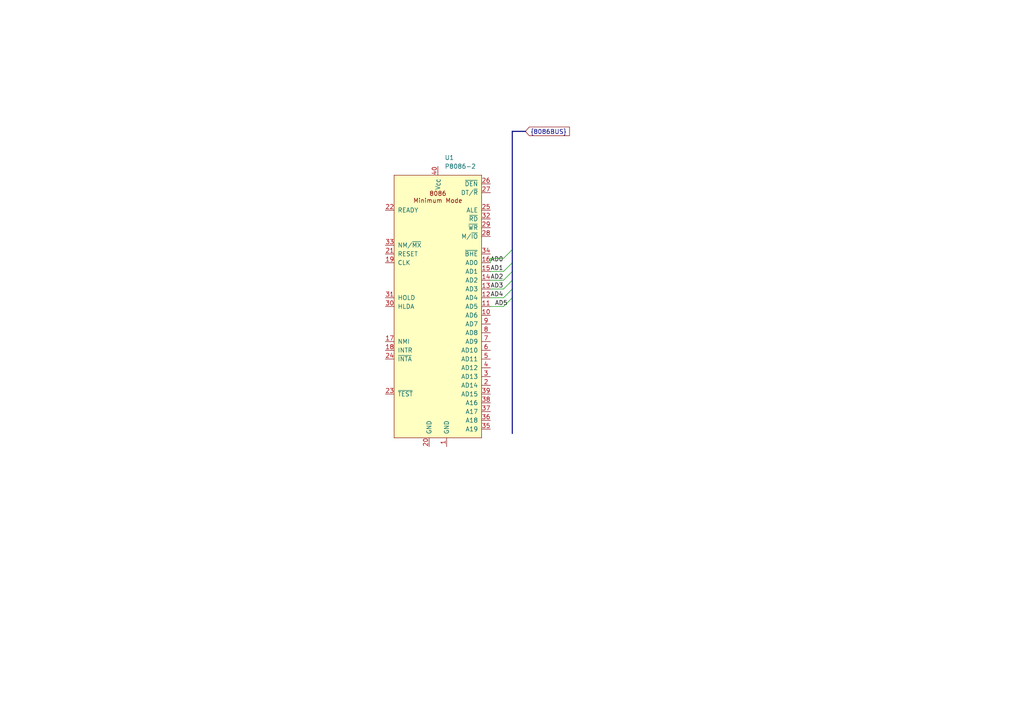
<source format=kicad_sch>
(kicad_sch (version 20230121) (generator eeschema)
  (paper "A4")
  (lib_symbols
    (symbol "8086PC:8086" (pin_names (offset 1.016))
      (property "Reference" "U" (at 0 0 0))
      (property "Value" "P8086-2" (at 0 27.94 0))
      (symbol "8086_1_1"
        (rectangle (start -12.7 38.1) (end 12.7 -38.1) (fill (type background)))
        (text "8086\nMinimum Mode" (at 0 31.75 0) (effects (font (size 1.27 1.27))))
        (pin power_in line (at 2.54 -40.64 90) (length 2.54) (name "GND") (number "1"))
        (pin tri_state line (at 15.24 -2.54 180) (length 2.54) (name "AD6") (number "10"))
        (pin tri_state line (at 15.24 0 180) (length 2.54) (name "AD5") (number "11"))
        (pin tri_state line (at 15.24 2.54 180) (length 2.54) (name "AD4") (number "12"))
        (pin tri_state line (at 15.24 5.08 180) (length 2.54) (name "AD3") (number "13"))
        (pin tri_state line (at 15.24 7.62 180) (length 2.54) (name "AD2") (number "14"))
        (pin tri_state line (at 15.24 10.16 180) (length 2.54) (name "AD1") (number "15"))
        (pin tri_state line (at 15.24 12.7 180) (length 2.54) (name "AD0") (number "16"))
        (pin input line (at -15.24 -10.16 0) (length 2.54) (name "NMI") (number "17"))
        (pin input line (at -15.24 -12.7 0) (length 2.54) (name "INTR") (number "18"))
        (pin input line (at -15.24 12.7 0) (length 2.54) (name "CLK") (number "19"))
        (pin tri_state line (at 15.24 -22.86 180) (length 2.54) (name "AD14") (number "2"))
        (pin power_in line (at -2.54 -40.64 90) (length 2.54) (name "GND") (number "20"))
        (pin input line (at -15.24 15.24 0) (length 2.54) (name "RESET") (number "21"))
        (pin input line (at -15.24 27.94 0) (length 2.54) (name "READY") (number "22"))
        (pin input line (at -15.24 -25.4 0) (length 2.54) (name "~{TEST}") (number "23"))
        (pin output line (at -15.24 -15.24 0) (length 2.54) (name "~{INTA}") (number "24"))
        (pin output line (at 15.24 27.94 180) (length 2.54) (name "ALE") (number "25"))
        (pin tri_state line (at 15.24 35.56 180) (length 2.54) (name "~{DEN}") (number "26"))
        (pin tri_state line (at 15.24 33.02 180) (length 2.54) (name "DT/~{R}") (number "27"))
        (pin tri_state line (at 15.24 20.32 180) (length 2.54) (name "M/~{IO}") (number "28"))
        (pin tri_state line (at 15.24 22.86 180) (length 2.54) (name "~{WR}") (number "29"))
        (pin tri_state line (at 15.24 -20.32 180) (length 2.54) (name "AD13") (number "3"))
        (pin output line (at -15.24 0 0) (length 2.54) (name "HLDA") (number "30"))
        (pin input line (at -15.24 2.54 0) (length 2.54) (name "HOLD") (number "31"))
        (pin tri_state line (at 15.24 25.4 180) (length 2.54) (name "~{RD}") (number "32"))
        (pin input line (at -15.24 17.78 0) (length 2.54) (name "NM/~{MX}") (number "33"))
        (pin tri_state line (at 15.24 15.24 180) (length 2.54) (name "~{BHE}") (number "34"))
        (pin tri_state line (at 15.24 -35.56 180) (length 2.54) (name "A19") (number "35"))
        (pin tri_state line (at 15.24 -33.02 180) (length 2.54) (name "A18") (number "36"))
        (pin tri_state line (at 15.24 -30.48 180) (length 2.54) (name "A17") (number "37"))
        (pin tri_state line (at 15.24 -27.94 180) (length 2.54) (name "A16") (number "38"))
        (pin tri_state line (at 15.24 -25.4 180) (length 2.54) (name "AD15") (number "39"))
        (pin tri_state line (at 15.24 -17.78 180) (length 2.54) (name "AD12") (number "4"))
        (pin power_in line (at 0 40.64 270) (length 2.54) (name "V_{CC}") (number "40"))
        (pin tri_state line (at 15.24 -15.24 180) (length 2.54) (name "AD11") (number "5"))
        (pin tri_state line (at 15.24 -12.7 180) (length 2.54) (name "AD10") (number "6"))
        (pin tri_state line (at 15.24 -10.16 180) (length 2.54) (name "AD9") (number "7"))
        (pin tri_state line (at 15.24 -7.62 180) (length 2.54) (name "AD8") (number "8"))
        (pin tri_state line (at 15.24 -5.08 180) (length 2.54) (name "AD7") (number "9"))
      )
    )
  )
  (bus_entry (at 148.59 72.39) (size -2.54 2.54))
  (bus_entry (at 148.59 83.82) (size -2.54 2.54))
  (bus_entry (at 148.59 81.28) (size -2.54 2.54))
  (bus_entry (at 148.59 76.2) (size -2.54 2.54))
  (bus_entry (at 148.59 78.74) (size -2.54 2.54))
  (bus_entry (at 148.59 86.36) (size -2.54 2.54))
  (wire (pts (xy 146.05 74.93) (xy 142.24 74.93)))
  (wire (pts (xy 142.24 74.93) (xy 142.24 76.2)))
  (wire (pts (xy 142.24 81.28) (xy 146.05 81.28)))
  (wire (pts (xy 142.24 78.74) (xy 146.05 78.74)))
  (wire (pts (xy 142.24 86.36) (xy 146.05 86.36)))
  (bus (pts (xy 148.59 86.36) (xy 148.59 125.73)))
  (bus (pts (xy 148.59 83.82) (xy 148.59 86.36)))
  (bus (pts (xy 148.59 38.1) (xy 148.59 72.39)))
  (bus (pts (xy 148.59 78.74) (xy 148.59 81.28)))
  (bus (pts (xy 152.4 38.1) (xy 148.59 38.1)))
  (bus (pts (xy 148.59 72.39) (xy 148.59 76.2)))
  (wire (pts (xy 146.05 83.82) (xy 142.24 83.82)))
  (bus (pts (xy 148.59 81.28) (xy 148.59 83.82)))
  (wire (pts (xy 142.24 88.9) (xy 146.05 88.9)))
  (bus (pts (xy 148.59 76.2) (xy 148.59 78.74)))
  (label "AD3" (at 142.24 83.82 0))
  (label "AD1" (at 142.24 78.74 0))
  (label "AD5" (at 143.51 88.9 0))
  (label "AD0" (at 142.24 76.2 0))
  (label "AD4" (at 142.24 86.36 0))
  (label "AD2" (at 142.24 81.28 0))
  (global_label "{8086BUS}" (shape input) (at 152.4 38.1 0) (property "Intersheetrefs" "${INTERSHEET_REFS}" (effects hide)))
  (symbol (lib_id "8086PC:8086") (at 127 88.9 0) (unit 1)
    (property "Reference" "U1" (at 128.9559 45.72 0) (effects (justify left)))
    (property "Value" "P8086-2" (at 128.9559 48.26 0) (effects (justify left)))
    (property "Footprint" "Package_DIP:DIP-40_W15.24mm" (effects hide))
  )
)
</source>
